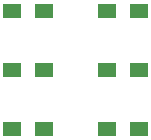
<source format=gbr>
G04 #@! TF.GenerationSoftware,KiCad,Pcbnew,(5.0.0)*
G04 #@! TF.CreationDate,2018-11-01T21:51:17+01:00*
G04 #@! TF.ProjectId,ATtiny85_Arduino_programmer,415474696E7938355F41726475696E6F,rev?*
G04 #@! TF.SameCoordinates,Original*
G04 #@! TF.FileFunction,Paste,Top*
G04 #@! TF.FilePolarity,Positive*
%FSLAX46Y46*%
G04 Gerber Fmt 4.6, Leading zero omitted, Abs format (unit mm)*
G04 Created by KiCad (PCBNEW (5.0.0)) date 11/01/18 21:51:17*
%MOMM*%
%LPD*%
G01*
G04 APERTURE LIST*
%ADD10R,1.500000X1.300000*%
G04 APERTURE END LIST*
D10*
G04 #@! TO.C,D3*
X187350000Y-63000000D03*
X184650000Y-63000000D03*
G04 #@! TD*
G04 #@! TO.C,D2*
X187350000Y-58000000D03*
X184650000Y-58000000D03*
G04 #@! TD*
G04 #@! TO.C,D1*
X187350000Y-53000000D03*
X184650000Y-53000000D03*
G04 #@! TD*
G04 #@! TO.C,R1*
X176650000Y-53000000D03*
X179350000Y-53000000D03*
G04 #@! TD*
G04 #@! TO.C,R3*
X176650000Y-63000000D03*
X179350000Y-63000000D03*
G04 #@! TD*
G04 #@! TO.C,R2*
X176650000Y-58000000D03*
X179350000Y-58000000D03*
G04 #@! TD*
M02*

</source>
